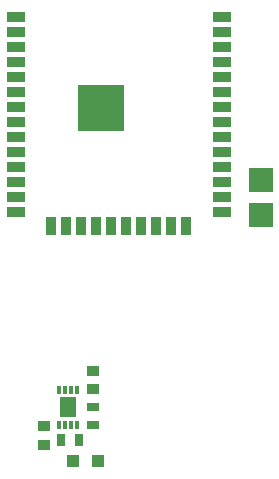
<source format=gbr>
G04*
G04 #@! TF.GenerationSoftware,Altium Limited,Altium Designer,22.4.2 (48)*
G04*
G04 Layer_Color=8421504*
%FSLAX44Y44*%
%MOMM*%
G71*
G04*
G04 #@! TF.SameCoordinates,838EBF20-BE27-4DE5-A25A-4BBD7161CD63*
G04*
G04*
G04 #@! TF.FilePolarity,Positive*
G04*
G01*
G75*
%ADD14R,1.5000X0.9000*%
%ADD15R,0.9000X1.5000*%
%ADD16R,4.0000X4.0000*%
%ADD17R,1.0000X0.9500*%
%ADD18R,1.4500X1.7500*%
%ADD19R,0.3000X0.7500*%
%ADD20R,0.7500X1.0000*%
%ADD21R,1.0400X1.0400*%
%ADD22R,1.0000X0.7500*%
%ADD23R,2.0000X2.0000*%
D14*
X237500Y386800D02*
D03*
Y374100D02*
D03*
Y361400D02*
D03*
Y348700D02*
D03*
Y336000D02*
D03*
Y323300D02*
D03*
Y310600D02*
D03*
Y297900D02*
D03*
Y285200D02*
D03*
Y272500D02*
D03*
Y259800D02*
D03*
Y247100D02*
D03*
Y234400D02*
D03*
Y221700D02*
D03*
X62500D02*
D03*
Y234400D02*
D03*
Y247100D02*
D03*
Y259800D02*
D03*
Y272500D02*
D03*
Y285200D02*
D03*
Y297900D02*
D03*
Y310600D02*
D03*
Y323300D02*
D03*
Y336000D02*
D03*
Y348700D02*
D03*
Y361400D02*
D03*
Y374100D02*
D03*
Y386800D02*
D03*
D15*
X156400Y209200D02*
D03*
X207200D02*
D03*
X194500D02*
D03*
X181800D02*
D03*
X169100D02*
D03*
X143700D02*
D03*
X131000D02*
D03*
X118300D02*
D03*
X105600D02*
D03*
X92900D02*
D03*
D16*
X135000Y309600D02*
D03*
D17*
X86360Y39750D02*
D03*
Y23750D02*
D03*
X128270Y71120D02*
D03*
Y87120D02*
D03*
D18*
X106680Y55880D02*
D03*
D19*
X114180Y41380D02*
D03*
X109180D02*
D03*
X104180D02*
D03*
X99180D02*
D03*
Y70380D02*
D03*
X104180D02*
D03*
X109180D02*
D03*
X114180D02*
D03*
D20*
X116150Y27940D02*
D03*
X101150D02*
D03*
D21*
X132420Y10160D02*
D03*
X111420Y10160D02*
D03*
D22*
X128270Y40880D02*
D03*
Y55880D02*
D03*
D23*
X270510Y218680D02*
D03*
Y248680D02*
D03*
M02*

</source>
